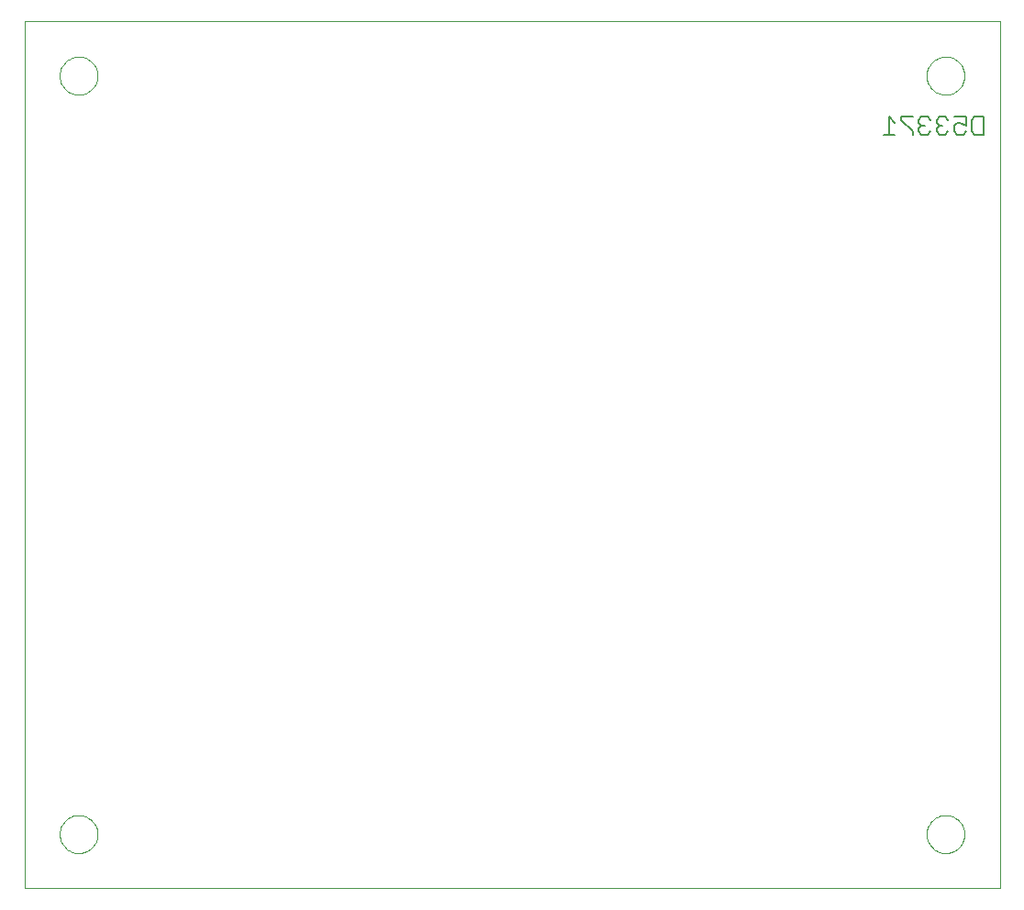
<source format=gbo>
G75*
G70*
%OFA0B0*%
%FSLAX24Y24*%
%IPPOS*%
%LPD*%
%AMOC8*
5,1,8,0,0,1.08239X$1,22.5*
%
%ADD10C,0.0000*%
%ADD11C,0.0060*%
D10*
X001140Y001640D02*
X001140Y033136D01*
X036573Y033136D01*
X036573Y001640D01*
X001140Y001640D01*
X002420Y003609D02*
X002422Y003661D01*
X002428Y003713D01*
X002438Y003764D01*
X002451Y003814D01*
X002469Y003864D01*
X002490Y003911D01*
X002514Y003957D01*
X002543Y004001D01*
X002574Y004043D01*
X002608Y004082D01*
X002645Y004119D01*
X002685Y004152D01*
X002728Y004183D01*
X002772Y004210D01*
X002818Y004234D01*
X002867Y004254D01*
X002916Y004270D01*
X002967Y004283D01*
X003018Y004292D01*
X003070Y004297D01*
X003122Y004298D01*
X003174Y004295D01*
X003226Y004288D01*
X003277Y004277D01*
X003327Y004263D01*
X003376Y004244D01*
X003423Y004222D01*
X003468Y004197D01*
X003512Y004168D01*
X003553Y004136D01*
X003592Y004101D01*
X003627Y004063D01*
X003660Y004022D01*
X003690Y003980D01*
X003716Y003935D01*
X003739Y003888D01*
X003758Y003839D01*
X003774Y003789D01*
X003786Y003739D01*
X003794Y003687D01*
X003798Y003635D01*
X003798Y003583D01*
X003794Y003531D01*
X003786Y003479D01*
X003774Y003429D01*
X003758Y003379D01*
X003739Y003330D01*
X003716Y003283D01*
X003690Y003238D01*
X003660Y003196D01*
X003627Y003155D01*
X003592Y003117D01*
X003553Y003082D01*
X003512Y003050D01*
X003468Y003021D01*
X003423Y002996D01*
X003376Y002974D01*
X003327Y002955D01*
X003277Y002941D01*
X003226Y002930D01*
X003174Y002923D01*
X003122Y002920D01*
X003070Y002921D01*
X003018Y002926D01*
X002967Y002935D01*
X002916Y002948D01*
X002867Y002964D01*
X002818Y002984D01*
X002772Y003008D01*
X002728Y003035D01*
X002685Y003066D01*
X002645Y003099D01*
X002608Y003136D01*
X002574Y003175D01*
X002543Y003217D01*
X002514Y003261D01*
X002490Y003307D01*
X002469Y003354D01*
X002451Y003404D01*
X002438Y003454D01*
X002428Y003505D01*
X002422Y003557D01*
X002420Y003609D01*
X002420Y031168D02*
X002422Y031220D01*
X002428Y031272D01*
X002438Y031323D01*
X002451Y031373D01*
X002469Y031423D01*
X002490Y031470D01*
X002514Y031516D01*
X002543Y031560D01*
X002574Y031602D01*
X002608Y031641D01*
X002645Y031678D01*
X002685Y031711D01*
X002728Y031742D01*
X002772Y031769D01*
X002818Y031793D01*
X002867Y031813D01*
X002916Y031829D01*
X002967Y031842D01*
X003018Y031851D01*
X003070Y031856D01*
X003122Y031857D01*
X003174Y031854D01*
X003226Y031847D01*
X003277Y031836D01*
X003327Y031822D01*
X003376Y031803D01*
X003423Y031781D01*
X003468Y031756D01*
X003512Y031727D01*
X003553Y031695D01*
X003592Y031660D01*
X003627Y031622D01*
X003660Y031581D01*
X003690Y031539D01*
X003716Y031494D01*
X003739Y031447D01*
X003758Y031398D01*
X003774Y031348D01*
X003786Y031298D01*
X003794Y031246D01*
X003798Y031194D01*
X003798Y031142D01*
X003794Y031090D01*
X003786Y031038D01*
X003774Y030988D01*
X003758Y030938D01*
X003739Y030889D01*
X003716Y030842D01*
X003690Y030797D01*
X003660Y030755D01*
X003627Y030714D01*
X003592Y030676D01*
X003553Y030641D01*
X003512Y030609D01*
X003468Y030580D01*
X003423Y030555D01*
X003376Y030533D01*
X003327Y030514D01*
X003277Y030500D01*
X003226Y030489D01*
X003174Y030482D01*
X003122Y030479D01*
X003070Y030480D01*
X003018Y030485D01*
X002967Y030494D01*
X002916Y030507D01*
X002867Y030523D01*
X002818Y030543D01*
X002772Y030567D01*
X002728Y030594D01*
X002685Y030625D01*
X002645Y030658D01*
X002608Y030695D01*
X002574Y030734D01*
X002543Y030776D01*
X002514Y030820D01*
X002490Y030866D01*
X002469Y030913D01*
X002451Y030963D01*
X002438Y031013D01*
X002428Y031064D01*
X002422Y031116D01*
X002420Y031168D01*
X033916Y031168D02*
X033918Y031220D01*
X033924Y031272D01*
X033934Y031323D01*
X033947Y031373D01*
X033965Y031423D01*
X033986Y031470D01*
X034010Y031516D01*
X034039Y031560D01*
X034070Y031602D01*
X034104Y031641D01*
X034141Y031678D01*
X034181Y031711D01*
X034224Y031742D01*
X034268Y031769D01*
X034314Y031793D01*
X034363Y031813D01*
X034412Y031829D01*
X034463Y031842D01*
X034514Y031851D01*
X034566Y031856D01*
X034618Y031857D01*
X034670Y031854D01*
X034722Y031847D01*
X034773Y031836D01*
X034823Y031822D01*
X034872Y031803D01*
X034919Y031781D01*
X034964Y031756D01*
X035008Y031727D01*
X035049Y031695D01*
X035088Y031660D01*
X035123Y031622D01*
X035156Y031581D01*
X035186Y031539D01*
X035212Y031494D01*
X035235Y031447D01*
X035254Y031398D01*
X035270Y031348D01*
X035282Y031298D01*
X035290Y031246D01*
X035294Y031194D01*
X035294Y031142D01*
X035290Y031090D01*
X035282Y031038D01*
X035270Y030988D01*
X035254Y030938D01*
X035235Y030889D01*
X035212Y030842D01*
X035186Y030797D01*
X035156Y030755D01*
X035123Y030714D01*
X035088Y030676D01*
X035049Y030641D01*
X035008Y030609D01*
X034964Y030580D01*
X034919Y030555D01*
X034872Y030533D01*
X034823Y030514D01*
X034773Y030500D01*
X034722Y030489D01*
X034670Y030482D01*
X034618Y030479D01*
X034566Y030480D01*
X034514Y030485D01*
X034463Y030494D01*
X034412Y030507D01*
X034363Y030523D01*
X034314Y030543D01*
X034268Y030567D01*
X034224Y030594D01*
X034181Y030625D01*
X034141Y030658D01*
X034104Y030695D01*
X034070Y030734D01*
X034039Y030776D01*
X034010Y030820D01*
X033986Y030866D01*
X033965Y030913D01*
X033947Y030963D01*
X033934Y031013D01*
X033924Y031064D01*
X033918Y031116D01*
X033916Y031168D01*
X033916Y003609D02*
X033918Y003661D01*
X033924Y003713D01*
X033934Y003764D01*
X033947Y003814D01*
X033965Y003864D01*
X033986Y003911D01*
X034010Y003957D01*
X034039Y004001D01*
X034070Y004043D01*
X034104Y004082D01*
X034141Y004119D01*
X034181Y004152D01*
X034224Y004183D01*
X034268Y004210D01*
X034314Y004234D01*
X034363Y004254D01*
X034412Y004270D01*
X034463Y004283D01*
X034514Y004292D01*
X034566Y004297D01*
X034618Y004298D01*
X034670Y004295D01*
X034722Y004288D01*
X034773Y004277D01*
X034823Y004263D01*
X034872Y004244D01*
X034919Y004222D01*
X034964Y004197D01*
X035008Y004168D01*
X035049Y004136D01*
X035088Y004101D01*
X035123Y004063D01*
X035156Y004022D01*
X035186Y003980D01*
X035212Y003935D01*
X035235Y003888D01*
X035254Y003839D01*
X035270Y003789D01*
X035282Y003739D01*
X035290Y003687D01*
X035294Y003635D01*
X035294Y003583D01*
X035290Y003531D01*
X035282Y003479D01*
X035270Y003429D01*
X035254Y003379D01*
X035235Y003330D01*
X035212Y003283D01*
X035186Y003238D01*
X035156Y003196D01*
X035123Y003155D01*
X035088Y003117D01*
X035049Y003082D01*
X035008Y003050D01*
X034964Y003021D01*
X034919Y002996D01*
X034872Y002974D01*
X034823Y002955D01*
X034773Y002941D01*
X034722Y002930D01*
X034670Y002923D01*
X034618Y002920D01*
X034566Y002921D01*
X034514Y002926D01*
X034463Y002935D01*
X034412Y002948D01*
X034363Y002964D01*
X034314Y002984D01*
X034268Y003008D01*
X034224Y003035D01*
X034181Y003066D01*
X034141Y003099D01*
X034104Y003136D01*
X034070Y003175D01*
X034039Y003217D01*
X034010Y003261D01*
X033986Y003307D01*
X033965Y003354D01*
X033947Y003404D01*
X033934Y003454D01*
X033924Y003505D01*
X033918Y003557D01*
X033916Y003609D01*
D11*
X033736Y029030D02*
X033950Y029030D01*
X034056Y029137D01*
X034274Y029137D02*
X034274Y029244D01*
X034381Y029350D01*
X034487Y029350D01*
X034381Y029350D02*
X034274Y029457D01*
X034274Y029564D01*
X034381Y029671D01*
X034594Y029671D01*
X034701Y029564D01*
X034918Y029671D02*
X035345Y029671D01*
X035345Y029350D01*
X035132Y029457D01*
X035025Y029457D01*
X034918Y029350D01*
X034918Y029137D01*
X035025Y029030D01*
X035239Y029030D01*
X035345Y029137D01*
X035563Y029137D02*
X035563Y029564D01*
X035670Y029671D01*
X035990Y029671D01*
X035990Y029030D01*
X035670Y029030D01*
X035563Y029137D01*
X034701Y029137D02*
X034594Y029030D01*
X034381Y029030D01*
X034274Y029137D01*
X033843Y029350D02*
X033736Y029350D01*
X033629Y029244D01*
X033629Y029137D01*
X033736Y029030D01*
X033736Y029350D02*
X033629Y029457D01*
X033629Y029564D01*
X033736Y029671D01*
X033950Y029671D01*
X034056Y029564D01*
X033412Y029671D02*
X032985Y029671D01*
X032985Y029564D01*
X033412Y029137D01*
X033412Y029030D01*
X032767Y029030D02*
X032340Y029030D01*
X032554Y029030D02*
X032554Y029671D01*
X032767Y029457D01*
M02*

</source>
